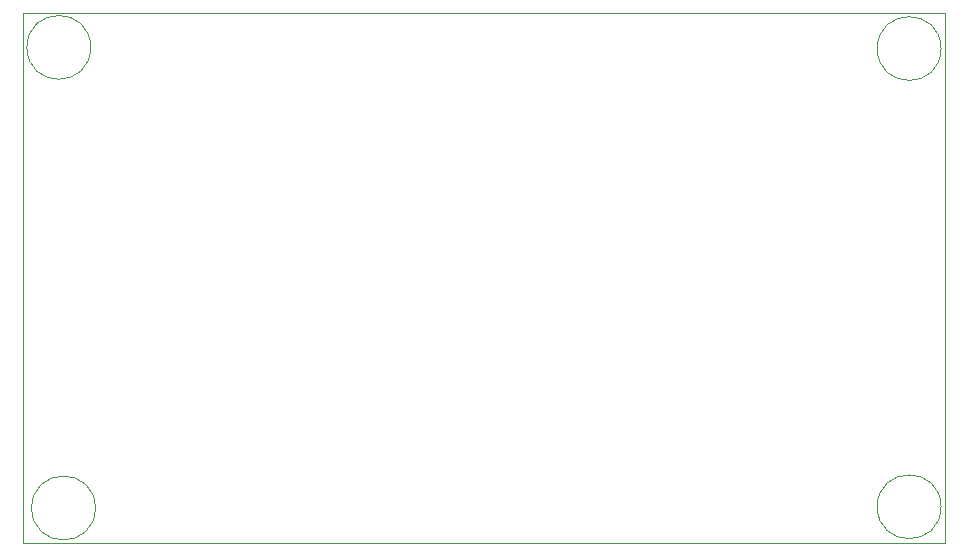
<source format=gbr>
%TF.GenerationSoftware,KiCad,Pcbnew,8.0.8*%
%TF.CreationDate,2026-02-04T08:37:40+05:30*%
%TF.ProjectId,power supply,706f7765-7220-4737-9570-706c792e6b69,rev?*%
%TF.SameCoordinates,Original*%
%TF.FileFunction,Profile,NP*%
%FSLAX46Y46*%
G04 Gerber Fmt 4.6, Leading zero omitted, Abs format (unit mm)*
G04 Created by KiCad (PCBNEW 8.0.8) date 2026-02-04 08:37:40*
%MOMM*%
%LPD*%
G01*
G04 APERTURE LIST*
%TA.AperFunction,Profile*%
%ADD10C,0.050000*%
%TD*%
G04 APERTURE END LIST*
D10*
X82000000Y-104400000D02*
X160000000Y-104400000D01*
X160000000Y-149300000D01*
X82000000Y-149300000D01*
X82000000Y-104400000D01*
X159700000Y-146200000D02*
G75*
G02*
X154300000Y-146200000I-2700000J0D01*
G01*
X154300000Y-146200000D02*
G75*
G02*
X159700000Y-146200000I2700000J0D01*
G01*
X87700000Y-107300000D02*
G75*
G02*
X82300000Y-107300000I-2700000J0D01*
G01*
X82300000Y-107300000D02*
G75*
G02*
X87700000Y-107300000I2700000J0D01*
G01*
X88100000Y-146300000D02*
G75*
G02*
X82700000Y-146300000I-2700000J0D01*
G01*
X82700000Y-146300000D02*
G75*
G02*
X88100000Y-146300000I2700000J0D01*
G01*
X159700000Y-107400000D02*
G75*
G02*
X154300000Y-107400000I-2700000J0D01*
G01*
X154300000Y-107400000D02*
G75*
G02*
X159700000Y-107400000I2700000J0D01*
G01*
M02*

</source>
